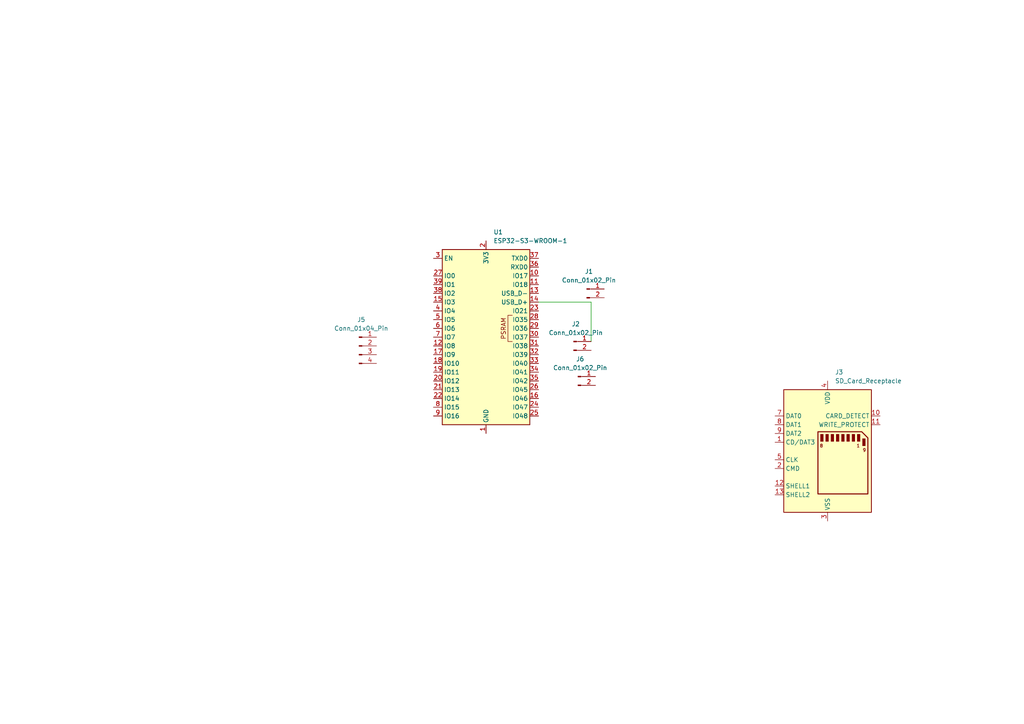
<source format=kicad_sch>
(kicad_sch
	(version 20250114)
	(generator "eeschema")
	(generator_version "9.0")
	(uuid "eae6b2b7-7c39-475f-a588-61e077f8b686")
	(paper "A4")
	(lib_symbols
		(symbol "Connector:Conn_01x02_Pin"
			(pin_names
				(offset 1.016)
				(hide yes)
			)
			(exclude_from_sim no)
			(in_bom yes)
			(on_board yes)
			(property "Reference" "J"
				(at 0 2.54 0)
				(effects
					(font
						(size 1.27 1.27)
					)
				)
			)
			(property "Value" "Conn_01x02_Pin"
				(at 0 -5.08 0)
				(effects
					(font
						(size 1.27 1.27)
					)
				)
			)
			(property "Footprint" ""
				(at 0 0 0)
				(effects
					(font
						(size 1.27 1.27)
					)
					(hide yes)
				)
			)
			(property "Datasheet" "~"
				(at 0 0 0)
				(effects
					(font
						(size 1.27 1.27)
					)
					(hide yes)
				)
			)
			(property "Description" "Generic connector, single row, 01x02, script generated"
				(at 0 0 0)
				(effects
					(font
						(size 1.27 1.27)
					)
					(hide yes)
				)
			)
			(property "ki_locked" ""
				(at 0 0 0)
				(effects
					(font
						(size 1.27 1.27)
					)
				)
			)
			(property "ki_keywords" "connector"
				(at 0 0 0)
				(effects
					(font
						(size 1.27 1.27)
					)
					(hide yes)
				)
			)
			(property "ki_fp_filters" "Connector*:*_1x??_*"
				(at 0 0 0)
				(effects
					(font
						(size 1.27 1.27)
					)
					(hide yes)
				)
			)
			(symbol "Conn_01x02_Pin_1_1"
				(rectangle
					(start 0.8636 0.127)
					(end 0 -0.127)
					(stroke
						(width 0.1524)
						(type default)
					)
					(fill
						(type outline)
					)
				)
				(rectangle
					(start 0.8636 -2.413)
					(end 0 -2.667)
					(stroke
						(width 0.1524)
						(type default)
					)
					(fill
						(type outline)
					)
				)
				(polyline
					(pts
						(xy 1.27 0) (xy 0.8636 0)
					)
					(stroke
						(width 0.1524)
						(type default)
					)
					(fill
						(type none)
					)
				)
				(polyline
					(pts
						(xy 1.27 -2.54) (xy 0.8636 -2.54)
					)
					(stroke
						(width 0.1524)
						(type default)
					)
					(fill
						(type none)
					)
				)
				(pin passive line
					(at 5.08 0 180)
					(length 3.81)
					(name "Pin_1"
						(effects
							(font
								(size 1.27 1.27)
							)
						)
					)
					(number "1"
						(effects
							(font
								(size 1.27 1.27)
							)
						)
					)
				)
				(pin passive line
					(at 5.08 -2.54 180)
					(length 3.81)
					(name "Pin_2"
						(effects
							(font
								(size 1.27 1.27)
							)
						)
					)
					(number "2"
						(effects
							(font
								(size 1.27 1.27)
							)
						)
					)
				)
			)
			(embedded_fonts no)
		)
		(symbol "Connector:Conn_01x04_Pin"
			(pin_names
				(offset 1.016)
				(hide yes)
			)
			(exclude_from_sim no)
			(in_bom yes)
			(on_board yes)
			(property "Reference" "J"
				(at 0 5.08 0)
				(effects
					(font
						(size 1.27 1.27)
					)
				)
			)
			(property "Value" "Conn_01x04_Pin"
				(at 0 -7.62 0)
				(effects
					(font
						(size 1.27 1.27)
					)
				)
			)
			(property "Footprint" ""
				(at 0 0 0)
				(effects
					(font
						(size 1.27 1.27)
					)
					(hide yes)
				)
			)
			(property "Datasheet" "~"
				(at 0 0 0)
				(effects
					(font
						(size 1.27 1.27)
					)
					(hide yes)
				)
			)
			(property "Description" "Generic connector, single row, 01x04, script generated"
				(at 0 0 0)
				(effects
					(font
						(size 1.27 1.27)
					)
					(hide yes)
				)
			)
			(property "ki_locked" ""
				(at 0 0 0)
				(effects
					(font
						(size 1.27 1.27)
					)
				)
			)
			(property "ki_keywords" "connector"
				(at 0 0 0)
				(effects
					(font
						(size 1.27 1.27)
					)
					(hide yes)
				)
			)
			(property "ki_fp_filters" "Connector*:*_1x??_*"
				(at 0 0 0)
				(effects
					(font
						(size 1.27 1.27)
					)
					(hide yes)
				)
			)
			(symbol "Conn_01x04_Pin_1_1"
				(rectangle
					(start 0.8636 2.667)
					(end 0 2.413)
					(stroke
						(width 0.1524)
						(type default)
					)
					(fill
						(type outline)
					)
				)
				(rectangle
					(start 0.8636 0.127)
					(end 0 -0.127)
					(stroke
						(width 0.1524)
						(type default)
					)
					(fill
						(type outline)
					)
				)
				(rectangle
					(start 0.8636 -2.413)
					(end 0 -2.667)
					(stroke
						(width 0.1524)
						(type default)
					)
					(fill
						(type outline)
					)
				)
				(rectangle
					(start 0.8636 -4.953)
					(end 0 -5.207)
					(stroke
						(width 0.1524)
						(type default)
					)
					(fill
						(type outline)
					)
				)
				(polyline
					(pts
						(xy 1.27 2.54) (xy 0.8636 2.54)
					)
					(stroke
						(width 0.1524)
						(type default)
					)
					(fill
						(type none)
					)
				)
				(polyline
					(pts
						(xy 1.27 0) (xy 0.8636 0)
					)
					(stroke
						(width 0.1524)
						(type default)
					)
					(fill
						(type none)
					)
				)
				(polyline
					(pts
						(xy 1.27 -2.54) (xy 0.8636 -2.54)
					)
					(stroke
						(width 0.1524)
						(type default)
					)
					(fill
						(type none)
					)
				)
				(polyline
					(pts
						(xy 1.27 -5.08) (xy 0.8636 -5.08)
					)
					(stroke
						(width 0.1524)
						(type default)
					)
					(fill
						(type none)
					)
				)
				(pin passive line
					(at 5.08 2.54 180)
					(length 3.81)
					(name "Pin_1"
						(effects
							(font
								(size 1.27 1.27)
							)
						)
					)
					(number "1"
						(effects
							(font
								(size 1.27 1.27)
							)
						)
					)
				)
				(pin passive line
					(at 5.08 0 180)
					(length 3.81)
					(name "Pin_2"
						(effects
							(font
								(size 1.27 1.27)
							)
						)
					)
					(number "2"
						(effects
							(font
								(size 1.27 1.27)
							)
						)
					)
				)
				(pin passive line
					(at 5.08 -2.54 180)
					(length 3.81)
					(name "Pin_3"
						(effects
							(font
								(size 1.27 1.27)
							)
						)
					)
					(number "3"
						(effects
							(font
								(size 1.27 1.27)
							)
						)
					)
				)
				(pin passive line
					(at 5.08 -5.08 180)
					(length 3.81)
					(name "Pin_4"
						(effects
							(font
								(size 1.27 1.27)
							)
						)
					)
					(number "4"
						(effects
							(font
								(size 1.27 1.27)
							)
						)
					)
				)
			)
			(embedded_fonts no)
		)
		(symbol "Connector:SD_Card_Receptacle"
			(exclude_from_sim no)
			(in_bom yes)
			(on_board yes)
			(property "Reference" "J"
				(at -11.938 19.304 0)
				(effects
					(font
						(size 1.27 1.27)
					)
				)
			)
			(property "Value" "SD_Card_Receptacle"
				(at 10.922 -19.558 0)
				(effects
					(font
						(size 1.27 1.27)
					)
				)
			)
			(property "Footprint" ""
				(at 8.89 -3.302 0)
				(effects
					(font
						(size 1.27 1.27)
					)
					(hide yes)
				)
			)
			(property "Datasheet" "http://portal.fciconnect.com/Comergent//fci/drawing/10067847.pdf"
				(at 0 0 0)
				(effects
					(font
						(size 1.27 1.27)
					)
					(hide yes)
				)
			)
			(property "Description" "SD card receptacle"
				(at 0 0 0)
				(effects
					(font
						(size 1.27 1.27)
					)
					(hide yes)
				)
			)
			(property "ki_keywords" "connector SD"
				(at 0 0 0)
				(effects
					(font
						(size 1.27 1.27)
					)
					(hide yes)
				)
			)
			(property "ki_fp_filters" "SD*"
				(at 0 0 0)
				(effects
					(font
						(size 1.27 1.27)
					)
					(hide yes)
				)
			)
			(symbol "SD_Card_Receptacle_0_1"
				(rectangle
					(start -2.032 2.794)
					(end -1.27 4.826)
					(stroke
						(width 0)
						(type default)
					)
					(fill
						(type outline)
					)
				)
				(rectangle
					(start -0.508 2.794)
					(end 0.254 4.826)
					(stroke
						(width 0)
						(type default)
					)
					(fill
						(type outline)
					)
				)
				(rectangle
					(start 1.016 2.794)
					(end 1.778 4.826)
					(stroke
						(width 0)
						(type default)
					)
					(fill
						(type outline)
					)
				)
				(rectangle
					(start 2.54 2.794)
					(end 3.302 4.826)
					(stroke
						(width 0)
						(type default)
					)
					(fill
						(type outline)
					)
				)
				(rectangle
					(start 4.064 2.794)
					(end 4.826 4.826)
					(stroke
						(width 0)
						(type default)
					)
					(fill
						(type outline)
					)
				)
				(rectangle
					(start 5.588 2.794)
					(end 6.35 4.826)
					(stroke
						(width 0)
						(type default)
					)
					(fill
						(type outline)
					)
				)
				(rectangle
					(start 7.112 2.794)
					(end 7.874 4.826)
					(stroke
						(width 0)
						(type default)
					)
					(fill
						(type outline)
					)
				)
				(rectangle
					(start 8.636 2.794)
					(end 9.398 4.826)
					(stroke
						(width 0)
						(type default)
					)
					(fill
						(type outline)
					)
				)
				(rectangle
					(start 10.16 1.524)
					(end 10.922 3.556)
					(stroke
						(width 0)
						(type default)
					)
					(fill
						(type outline)
					)
				)
			)
			(symbol "SD_Card_Receptacle_1_1"
				(rectangle
					(start -12.7 17.78)
					(end 12.7 -17.78)
					(stroke
						(width 0.254)
						(type default)
					)
					(fill
						(type background)
					)
				)
				(polyline
					(pts
						(xy 9.906 5.588) (xy -2.794 5.588) (xy -2.794 -12.446) (xy 11.684 -12.446) (xy 11.684 3.81) (xy 9.906 5.588)
					)
					(stroke
						(width 0.3)
						(type default)
					)
					(fill
						(type none)
					)
				)
				(text "8"
					(at -1.778 1.524 0)
					(effects
						(font
							(size 0.9 0.9)
						)
					)
				)
				(text "1"
					(at 8.89 1.524 0)
					(effects
						(font
							(size 0.9 0.9)
						)
					)
				)
				(text "9"
					(at 10.668 0.254 0)
					(effects
						(font
							(size 0.9 0.9)
						)
					)
				)
				(pin bidirectional line
					(at -15.24 10.16 0)
					(length 2.54)
					(name "DAT0"
						(effects
							(font
								(size 1.27 1.27)
							)
						)
					)
					(number "7"
						(effects
							(font
								(size 1.27 1.27)
							)
						)
					)
				)
				(pin bidirectional line
					(at -15.24 7.62 0)
					(length 2.54)
					(name "DAT1"
						(effects
							(font
								(size 1.27 1.27)
							)
						)
					)
					(number "8"
						(effects
							(font
								(size 1.27 1.27)
							)
						)
					)
				)
				(pin bidirectional line
					(at -15.24 5.08 0)
					(length 2.54)
					(name "DAT2"
						(effects
							(font
								(size 1.27 1.27)
							)
						)
					)
					(number "9"
						(effects
							(font
								(size 1.27 1.27)
							)
						)
					)
				)
				(pin bidirectional line
					(at -15.24 2.54 0)
					(length 2.54)
					(name "CD/DAT3"
						(effects
							(font
								(size 1.27 1.27)
							)
						)
					)
					(number "1"
						(effects
							(font
								(size 1.27 1.27)
							)
						)
					)
				)
				(pin input line
					(at -15.24 -2.54 0)
					(length 2.54)
					(name "CLK"
						(effects
							(font
								(size 1.27 1.27)
							)
						)
					)
					(number "5"
						(effects
							(font
								(size 1.27 1.27)
							)
						)
					)
				)
				(pin bidirectional line
					(at -15.24 -5.08 0)
					(length 2.54)
					(name "CMD"
						(effects
							(font
								(size 1.27 1.27)
							)
						)
					)
					(number "2"
						(effects
							(font
								(size 1.27 1.27)
							)
						)
					)
				)
				(pin passive line
					(at -15.24 -10.16 0)
					(length 2.54)
					(name "SHELL1"
						(effects
							(font
								(size 1.27 1.27)
							)
						)
					)
					(number "12"
						(effects
							(font
								(size 1.27 1.27)
							)
						)
					)
				)
				(pin passive line
					(at -15.24 -12.7 0)
					(length 2.54)
					(name "SHELL2"
						(effects
							(font
								(size 1.27 1.27)
							)
						)
					)
					(number "13"
						(effects
							(font
								(size 1.27 1.27)
							)
						)
					)
				)
				(pin power_in line
					(at 0 20.32 270)
					(length 2.54)
					(name "VDD"
						(effects
							(font
								(size 1.27 1.27)
							)
						)
					)
					(number "4"
						(effects
							(font
								(size 1.27 1.27)
							)
						)
					)
				)
				(pin power_in line
					(at 0 -20.32 90)
					(length 2.54)
					(name "VSS"
						(effects
							(font
								(size 1.27 1.27)
							)
						)
					)
					(number "3"
						(effects
							(font
								(size 1.27 1.27)
							)
						)
					)
				)
				(pin passive line
					(at 0 -20.32 90)
					(length 2.54)
					(hide yes)
					(name "VSS"
						(effects
							(font
								(size 1.27 1.27)
							)
						)
					)
					(number "6"
						(effects
							(font
								(size 1.27 1.27)
							)
						)
					)
				)
				(pin output line
					(at 15.24 10.16 180)
					(length 2.54)
					(name "CARD_DETECT"
						(effects
							(font
								(size 1.27 1.27)
							)
						)
					)
					(number "10"
						(effects
							(font
								(size 1.27 1.27)
							)
						)
					)
				)
				(pin output line
					(at 15.24 7.62 180)
					(length 2.54)
					(name "WRITE_PROTECT"
						(effects
							(font
								(size 1.27 1.27)
							)
						)
					)
					(number "11"
						(effects
							(font
								(size 1.27 1.27)
							)
						)
					)
				)
			)
			(embedded_fonts no)
		)
		(symbol "RF_Module:ESP32-S3-WROOM-1"
			(exclude_from_sim no)
			(in_bom yes)
			(on_board yes)
			(property "Reference" "U"
				(at -12.7 26.67 0)
				(effects
					(font
						(size 1.27 1.27)
					)
				)
			)
			(property "Value" "ESP32-S3-WROOM-1"
				(at 12.7 26.67 0)
				(effects
					(font
						(size 1.27 1.27)
					)
				)
			)
			(property "Footprint" "RF_Module:ESP32-S3-WROOM-1"
				(at 0 2.54 0)
				(effects
					(font
						(size 1.27 1.27)
					)
					(hide yes)
				)
			)
			(property "Datasheet" "https://www.espressif.com/sites/default/files/documentation/esp32-s3-wroom-1_wroom-1u_datasheet_en.pdf"
				(at 0 0 0)
				(effects
					(font
						(size 1.27 1.27)
					)
					(hide yes)
				)
			)
			(property "Description" "RF Module, ESP32-S3 SoC, Wi-Fi 802.11b/g/n, Bluetooth, BLE, 32-bit, 3.3V, onboard antenna, SMD"
				(at 0 0 0)
				(effects
					(font
						(size 1.27 1.27)
					)
					(hide yes)
				)
			)
			(property "ki_keywords" "RF Radio BT ESP ESP32-S3 Espressif onboard PCB antenna"
				(at 0 0 0)
				(effects
					(font
						(size 1.27 1.27)
					)
					(hide yes)
				)
			)
			(property "ki_fp_filters" "ESP32?S3?WROOM?1*"
				(at 0 0 0)
				(effects
					(font
						(size 1.27 1.27)
					)
					(hide yes)
				)
			)
			(symbol "ESP32-S3-WROOM-1_0_0"
				(rectangle
					(start -12.7 25.4)
					(end 12.7 -25.4)
					(stroke
						(width 0.254)
						(type default)
					)
					(fill
						(type background)
					)
				)
				(text "PSRAM"
					(at 5.08 2.54 900)
					(effects
						(font
							(size 1.27 1.27)
						)
					)
				)
			)
			(symbol "ESP32-S3-WROOM-1_0_1"
				(polyline
					(pts
						(xy 7.62 -1.27) (xy 6.35 -1.27) (xy 6.35 6.35) (xy 7.62 6.35)
					)
					(stroke
						(width 0)
						(type default)
					)
					(fill
						(type none)
					)
				)
			)
			(symbol "ESP32-S3-WROOM-1_1_1"
				(pin input line
					(at -15.24 22.86 0)
					(length 2.54)
					(name "EN"
						(effects
							(font
								(size 1.27 1.27)
							)
						)
					)
					(number "3"
						(effects
							(font
								(size 1.27 1.27)
							)
						)
					)
				)
				(pin bidirectional line
					(at -15.24 17.78 0)
					(length 2.54)
					(name "IO0"
						(effects
							(font
								(size 1.27 1.27)
							)
						)
					)
					(number "27"
						(effects
							(font
								(size 1.27 1.27)
							)
						)
					)
				)
				(pin bidirectional line
					(at -15.24 15.24 0)
					(length 2.54)
					(name "IO1"
						(effects
							(font
								(size 1.27 1.27)
							)
						)
					)
					(number "39"
						(effects
							(font
								(size 1.27 1.27)
							)
						)
					)
				)
				(pin bidirectional line
					(at -15.24 12.7 0)
					(length 2.54)
					(name "IO2"
						(effects
							(font
								(size 1.27 1.27)
							)
						)
					)
					(number "38"
						(effects
							(font
								(size 1.27 1.27)
							)
						)
					)
				)
				(pin bidirectional line
					(at -15.24 10.16 0)
					(length 2.54)
					(name "IO3"
						(effects
							(font
								(size 1.27 1.27)
							)
						)
					)
					(number "15"
						(effects
							(font
								(size 1.27 1.27)
							)
						)
					)
				)
				(pin bidirectional line
					(at -15.24 7.62 0)
					(length 2.54)
					(name "IO4"
						(effects
							(font
								(size 1.27 1.27)
							)
						)
					)
					(number "4"
						(effects
							(font
								(size 1.27 1.27)
							)
						)
					)
				)
				(pin bidirectional line
					(at -15.24 5.08 0)
					(length 2.54)
					(name "IO5"
						(effects
							(font
								(size 1.27 1.27)
							)
						)
					)
					(number "5"
						(effects
							(font
								(size 1.27 1.27)
							)
						)
					)
				)
				(pin bidirectional line
					(at -15.24 2.54 0)
					(length 2.54)
					(name "IO6"
						(effects
							(font
								(size 1.27 1.27)
							)
						)
					)
					(number "6"
						(effects
							(font
								(size 1.27 1.27)
							)
						)
					)
				)
				(pin bidirectional line
					(at -15.24 0 0)
					(length 2.54)
					(name "IO7"
						(effects
							(font
								(size 1.27 1.27)
							)
						)
					)
					(number "7"
						(effects
							(font
								(size 1.27 1.27)
							)
						)
					)
				)
				(pin bidirectional line
					(at -15.24 -2.54 0)
					(length 2.54)
					(name "IO8"
						(effects
							(font
								(size 1.27 1.27)
							)
						)
					)
					(number "12"
						(effects
							(font
								(size 1.27 1.27)
							)
						)
					)
				)
				(pin bidirectional line
					(at -15.24 -5.08 0)
					(length 2.54)
					(name "IO9"
						(effects
							(font
								(size 1.27 1.27)
							)
						)
					)
					(number "17"
						(effects
							(font
								(size 1.27 1.27)
							)
						)
					)
				)
				(pin bidirectional line
					(at -15.24 -7.62 0)
					(length 2.54)
					(name "IO10"
						(effects
							(font
								(size 1.27 1.27)
							)
						)
					)
					(number "18"
						(effects
							(font
								(size 1.27 1.27)
							)
						)
					)
				)
				(pin bidirectional line
					(at -15.24 -10.16 0)
					(length 2.54)
					(name "IO11"
						(effects
							(font
								(size 1.27 1.27)
							)
						)
					)
					(number "19"
						(effects
							(font
								(size 1.27 1.27)
							)
						)
					)
				)
				(pin bidirectional line
					(at -15.24 -12.7 0)
					(length 2.54)
					(name "IO12"
						(effects
							(font
								(size 1.27 1.27)
							)
						)
					)
					(number "20"
						(effects
							(font
								(size 1.27 1.27)
							)
						)
					)
				)
				(pin bidirectional line
					(at -15.24 -15.24 0)
					(length 2.54)
					(name "IO13"
						(effects
							(font
								(size 1.27 1.27)
							)
						)
					)
					(number "21"
						(effects
							(font
								(size 1.27 1.27)
							)
						)
					)
				)
				(pin bidirectional line
					(at -15.24 -17.78 0)
					(length 2.54)
					(name "IO14"
						(effects
							(font
								(size 1.27 1.27)
							)
						)
					)
					(number "22"
						(effects
							(font
								(size 1.27 1.27)
							)
						)
					)
				)
				(pin bidirectional line
					(at -15.24 -20.32 0)
					(length 2.54)
					(name "IO15"
						(effects
							(font
								(size 1.27 1.27)
							)
						)
					)
					(number "8"
						(effects
							(font
								(size 1.27 1.27)
							)
						)
					)
				)
				(pin bidirectional line
					(at -15.24 -22.86 0)
					(length 2.54)
					(name "IO16"
						(effects
							(font
								(size 1.27 1.27)
							)
						)
					)
					(number "9"
						(effects
							(font
								(size 1.27 1.27)
							)
						)
					)
				)
				(pin power_in line
					(at 0 27.94 270)
					(length 2.54)
					(name "3V3"
						(effects
							(font
								(size 1.27 1.27)
							)
						)
					)
					(number "2"
						(effects
							(font
								(size 1.27 1.27)
							)
						)
					)
				)
				(pin power_in line
					(at 0 -27.94 90)
					(length 2.54)
					(name "GND"
						(effects
							(font
								(size 1.27 1.27)
							)
						)
					)
					(number "1"
						(effects
							(font
								(size 1.27 1.27)
							)
						)
					)
				)
				(pin passive line
					(at 0 -27.94 90)
					(length 2.54)
					(hide yes)
					(name "GND"
						(effects
							(font
								(size 1.27 1.27)
							)
						)
					)
					(number "40"
						(effects
							(font
								(size 1.27 1.27)
							)
						)
					)
				)
				(pin passive line
					(at 0 -27.94 90)
					(length 2.54)
					(hide yes)
					(name "GND"
						(effects
							(font
								(size 1.27 1.27)
							)
						)
					)
					(number "41"
						(effects
							(font
								(size 1.27 1.27)
							)
						)
					)
				)
				(pin bidirectional line
					(at 15.24 22.86 180)
					(length 2.54)
					(name "TXD0"
						(effects
							(font
								(size 1.27 1.27)
							)
						)
					)
					(number "37"
						(effects
							(font
								(size 1.27 1.27)
							)
						)
					)
				)
				(pin bidirectional line
					(at 15.24 20.32 180)
					(length 2.54)
					(name "RXD0"
						(effects
							(font
								(size 1.27 1.27)
							)
						)
					)
					(number "36"
						(effects
							(font
								(size 1.27 1.27)
							)
						)
					)
				)
				(pin bidirectional line
					(at 15.24 17.78 180)
					(length 2.54)
					(name "IO17"
						(effects
							(font
								(size 1.27 1.27)
							)
						)
					)
					(number "10"
						(effects
							(font
								(size 1.27 1.27)
							)
						)
					)
				)
				(pin bidirectional line
					(at 15.24 15.24 180)
					(length 2.54)
					(name "IO18"
						(effects
							(font
								(size 1.27 1.27)
							)
						)
					)
					(number "11"
						(effects
							(font
								(size 1.27 1.27)
							)
						)
					)
				)
				(pin bidirectional line
					(at 15.24 12.7 180)
					(length 2.54)
					(name "USB_D-"
						(effects
							(font
								(size 1.27 1.27)
							)
						)
					)
					(number "13"
						(effects
							(font
								(size 1.27 1.27)
							)
						)
					)
					(alternate "IO19" bidirectional line)
				)
				(pin bidirectional line
					(at 15.24 10.16 180)
					(length 2.54)
					(name "USB_D+"
						(effects
							(font
								(size 1.27 1.27)
							)
						)
					)
					(number "14"
						(effects
							(font
								(size 1.27 1.27)
							)
						)
					)
					(alternate "IO20" bidirectional line)
				)
				(pin bidirectional line
					(at 15.24 7.62 180)
					(length 2.54)
					(name "IO21"
						(effects
							(font
								(size 1.27 1.27)
							)
						)
					)
					(number "23"
						(effects
							(font
								(size 1.27 1.27)
							)
						)
					)
				)
				(pin bidirectional line
					(at 15.24 5.08 180)
					(length 2.54)
					(name "IO35"
						(effects
							(font
								(size 1.27 1.27)
							)
						)
					)
					(number "28"
						(effects
							(font
								(size 1.27 1.27)
							)
						)
					)
				)
				(pin bidirectional line
					(at 15.24 2.54 180)
					(length 2.54)
					(name "IO36"
						(effects
							(font
								(size 1.27 1.27)
							)
						)
					)
					(number "29"
						(effects
							(font
								(size 1.27 1.27)
							)
						)
					)
				)
				(pin bidirectional line
					(at 15.24 0 180)
					(length 2.54)
					(name "IO37"
						(effects
							(font
								(size 1.27 1.27)
							)
						)
					)
					(number "30"
						(effects
							(font
								(size 1.27 1.27)
							)
						)
					)
				)
				(pin bidirectional line
					(at 15.24 -2.54 180)
					(length 2.54)
					(name "IO38"
						(effects
							(font
								(size 1.27 1.27)
							)
						)
					)
					(number "31"
						(effects
							(font
								(size 1.27 1.27)
							)
						)
					)
				)
				(pin bidirectional line
					(at 15.24 -5.08 180)
					(length 2.54)
					(name "IO39"
						(effects
							(font
								(size 1.27 1.27)
							)
						)
					)
					(number "32"
						(effects
							(font
								(size 1.27 1.27)
							)
						)
					)
				)
				(pin bidirectional line
					(at 15.24 -7.62 180)
					(length 2.54)
					(name "IO40"
						(effects
							(font
								(size 1.27 1.27)
							)
						)
					)
					(number "33"
						(effects
							(font
								(size 1.27 1.27)
							)
						)
					)
				)
				(pin bidirectional line
					(at 15.24 -10.16 180)
					(length 2.54)
					(name "IO41"
						(effects
							(font
								(size 1.27 1.27)
							)
						)
					)
					(number "34"
						(effects
							(font
								(size 1.27 1.27)
							)
						)
					)
				)
				(pin bidirectional line
					(at 15.24 -12.7 180)
					(length 2.54)
					(name "IO42"
						(effects
							(font
								(size 1.27 1.27)
							)
						)
					)
					(number "35"
						(effects
							(font
								(size 1.27 1.27)
							)
						)
					)
				)
				(pin bidirectional line
					(at 15.24 -15.24 180)
					(length 2.54)
					(name "IO45"
						(effects
							(font
								(size 1.27 1.27)
							)
						)
					)
					(number "26"
						(effects
							(font
								(size 1.27 1.27)
							)
						)
					)
				)
				(pin bidirectional line
					(at 15.24 -17.78 180)
					(length 2.54)
					(name "IO46"
						(effects
							(font
								(size 1.27 1.27)
							)
						)
					)
					(number "16"
						(effects
							(font
								(size 1.27 1.27)
							)
						)
					)
				)
				(pin bidirectional line
					(at 15.24 -20.32 180)
					(length 2.54)
					(name "IO47"
						(effects
							(font
								(size 1.27 1.27)
							)
						)
					)
					(number "24"
						(effects
							(font
								(size 1.27 1.27)
							)
						)
					)
				)
				(pin bidirectional line
					(at 15.24 -22.86 180)
					(length 2.54)
					(name "IO48"
						(effects
							(font
								(size 1.27 1.27)
							)
						)
					)
					(number "25"
						(effects
							(font
								(size 1.27 1.27)
							)
						)
					)
				)
			)
			(embedded_fonts no)
		)
	)
	(wire
		(pts
			(xy 171.45 87.63) (xy 156.21 87.63)
		)
		(stroke
			(width 0)
			(type default)
		)
		(uuid "00eb2277-c8cf-4b17-9092-1eb66fb4c914")
	)
	(wire
		(pts
			(xy 171.45 99.06) (xy 171.45 87.63)
		)
		(stroke
			(width 0)
			(type default)
		)
		(uuid "68df3bfc-cf70-4bfc-ab16-e6abec755d69")
	)
	(symbol
		(lib_id "Connector:Conn_01x02_Pin")
		(at 170.18 83.82 0)
		(unit 1)
		(exclude_from_sim no)
		(in_bom yes)
		(on_board yes)
		(dnp no)
		(fields_autoplaced yes)
		(uuid "1bb390e6-6942-48ec-af72-499dccb074a4")
		(property "Reference" "J1"
			(at 170.815 78.74 0)
			(effects
				(font
					(size 1.27 1.27)
				)
			)
		)
		(property "Value" "Conn_01x02_Pin"
			(at 170.815 81.28 0)
			(effects
				(font
					(size 1.27 1.27)
				)
			)
		)
		(property "Footprint" ""
			(at 170.18 83.82 0)
			(effects
				(font
					(size 1.27 1.27)
				)
				(hide yes)
			)
		)
		(property "Datasheet" "~"
			(at 170.18 83.82 0)
			(effects
				(font
					(size 1.27 1.27)
				)
				(hide yes)
			)
		)
		(property "Description" "Generic connector, single row, 01x02, script generated"
			(at 170.18 83.82 0)
			(effects
				(font
					(size 1.27 1.27)
				)
				(hide yes)
			)
		)
		(pin "1"
			(uuid "6cc6966e-e1ed-4b31-930d-54dc8d1de9c7")
		)
		(pin "2"
			(uuid "60af619f-0770-48e0-828a-fede8091adb1")
		)
		(instances
			(project "esp32-controller_For-Tiburon"
				(path "/eae6b2b7-7c39-475f-a588-61e077f8b686"
					(reference "J1")
					(unit 1)
				)
			)
		)
	)
	(symbol
		(lib_id "Connector:Conn_01x02_Pin")
		(at 167.64 109.22 0)
		(unit 1)
		(exclude_from_sim no)
		(in_bom yes)
		(on_board yes)
		(dnp no)
		(fields_autoplaced yes)
		(uuid "4ee192b7-c5b8-46a4-ac5a-ac28aac78610")
		(property "Reference" "J6"
			(at 168.275 104.14 0)
			(effects
				(font
					(size 1.27 1.27)
				)
			)
		)
		(property "Value" "Conn_01x02_Pin"
			(at 168.275 106.68 0)
			(effects
				(font
					(size 1.27 1.27)
				)
			)
		)
		(property "Footprint" ""
			(at 167.64 109.22 0)
			(effects
				(font
					(size 1.27 1.27)
				)
				(hide yes)
			)
		)
		(property "Datasheet" "~"
			(at 167.64 109.22 0)
			(effects
				(font
					(size 1.27 1.27)
				)
				(hide yes)
			)
		)
		(property "Description" "Generic connector, single row, 01x02, script generated"
			(at 167.64 109.22 0)
			(effects
				(font
					(size 1.27 1.27)
				)
				(hide yes)
			)
		)
		(pin "2"
			(uuid "a612f4b0-3b91-4aa3-8d21-c305b603159f")
		)
		(pin "1"
			(uuid "794abd84-25af-44af-84de-4ebd661a2772")
		)
		(instances
			(project ""
				(path "/eae6b2b7-7c39-475f-a588-61e077f8b686"
					(reference "J6")
					(unit 1)
				)
			)
		)
	)
	(symbol
		(lib_id "RF_Module:ESP32-S3-WROOM-1")
		(at 140.97 97.79 0)
		(unit 1)
		(exclude_from_sim no)
		(in_bom yes)
		(on_board yes)
		(dnp no)
		(fields_autoplaced yes)
		(uuid "8f0c5d9d-2644-41ac-bf57-1afaa0e585da")
		(property "Reference" "U1"
			(at 143.1133 67.31 0)
			(effects
				(font
					(size 1.27 1.27)
				)
				(justify left)
			)
		)
		(property "Value" "ESP32-S3-WROOM-1"
			(at 143.1133 69.85 0)
			(effects
				(font
					(size 1.27 1.27)
				)
				(justify left)
			)
		)
		(property "Footprint" "RF_Module:ESP32-S3-WROOM-1"
			(at 140.97 95.25 0)
			(effects
				(font
					(size 1.27 1.27)
				)
				(hide yes)
			)
		)
		(property "Datasheet" "https://www.espressif.com/sites/default/files/documentation/esp32-s3-wroom-1_wroom-1u_datasheet_en.pdf"
			(at 140.97 97.79 0)
			(effects
				(font
					(size 1.27 1.27)
				)
				(hide yes)
			)
		)
		(property "Description" "RF Module, ESP32-S3 SoC, Wi-Fi 802.11b/g/n, Bluetooth, BLE, 32-bit, 3.3V, onboard antenna, SMD"
			(at 140.97 97.79 0)
			(effects
				(font
					(size 1.27 1.27)
				)
				(hide yes)
			)
		)
		(pin "36"
			(uuid "622b8757-b4e9-4da3-a0ce-84dfe13b1b66")
		)
		(pin "30"
			(uuid "d7deaa2e-3e72-44df-8351-6d7f995c59af")
		)
		(pin "10"
			(uuid "9c7cce91-eb66-4233-88ab-4619c64e8223")
		)
		(pin "14"
			(uuid "d53f34f9-5b2b-4fb2-8dce-112adb5cae95")
		)
		(pin "11"
			(uuid "a9c0fe23-8655-4ca8-a4ff-580d3dd9287f")
		)
		(pin "29"
			(uuid "c10a2666-ea66-4310-ad63-486437a9b2f8")
		)
		(pin "26"
			(uuid "3a2f4974-5cd8-442d-b9db-befabc209d79")
		)
		(pin "16"
			(uuid "1a89fbd1-4daa-4bed-a0dc-7787e2faa3d1")
		)
		(pin "34"
			(uuid "604fbf41-716d-4e8f-b549-f08e1fdea109")
		)
		(pin "23"
			(uuid "c8cace2a-3095-480b-b10d-0952de8c8a1d")
		)
		(pin "31"
			(uuid "d4399cdc-79f5-4f2a-b0b4-40551a7f2ee6")
		)
		(pin "41"
			(uuid "8f3791f4-b3fc-45a8-b884-5695bf44da7a")
		)
		(pin "32"
			(uuid "b03dbdf9-d913-4133-a540-858597f62ca3")
		)
		(pin "24"
			(uuid "646ca53d-de3e-4af2-875e-ae3c99934440")
		)
		(pin "28"
			(uuid "fa5dfdbf-8c17-45b9-b515-ef7d2c984d5c")
		)
		(pin "25"
			(uuid "79b37801-52f6-45b4-b709-22619976a455")
		)
		(pin "35"
			(uuid "c5a2875f-8874-48b8-af78-5ed5a11cb6da")
		)
		(pin "37"
			(uuid "f24ee2eb-7840-4e03-8753-d7266a528983")
		)
		(pin "13"
			(uuid "eded9a0c-8616-4ce4-be6f-d14e1b3502fc")
		)
		(pin "33"
			(uuid "cecbe7ff-173e-416c-8d13-31608d885218")
		)
		(pin "7"
			(uuid "3310afc8-b0a5-42b7-b90b-b1fcea317fa7")
		)
		(pin "27"
			(uuid "aa79c3a9-178a-4dbc-8aba-2325ae57acdf")
		)
		(pin "20"
			(uuid "144bf2ef-8b0d-414a-914b-e3628a73b6d1")
		)
		(pin "1"
			(uuid "8cde1fd5-2b40-4671-ac43-d20329bf0454")
		)
		(pin "40"
			(uuid "6539719c-5e8e-441b-814b-c439482160e6")
		)
		(pin "38"
			(uuid "2d8b4928-479a-4fe8-b7dc-3f6713bffe0a")
		)
		(pin "22"
			(uuid "35197838-238d-4f23-9540-5a6598ce2a13")
		)
		(pin "17"
			(uuid "585d372b-d4e0-4bfd-98b3-e735eb23f63b")
		)
		(pin "3"
			(uuid "143262f5-56c7-41f5-9d68-c66d9b9d1859")
		)
		(pin "21"
			(uuid "a44ae402-51e2-4304-99c4-e5dfb9532077")
		)
		(pin "8"
			(uuid "ab7db4e9-7e45-4673-8bcb-82d0c0aafe88")
		)
		(pin "6"
			(uuid "ad3d3d2e-064c-4e0d-8f09-a6b8188350a1")
		)
		(pin "15"
			(uuid "d4b89e7e-d740-45a3-928f-08489801f87b")
		)
		(pin "4"
			(uuid "9a8a3a1f-e28a-412c-800a-280324cf3354")
		)
		(pin "5"
			(uuid "8573019c-befa-4539-9a61-ad1b48c553ef")
		)
		(pin "39"
			(uuid "8eaf3dc0-b580-4218-99a0-d01d8b6d6a7e")
		)
		(pin "12"
			(uuid "79a71688-49e0-42a9-94b5-dcba2c104316")
		)
		(pin "9"
			(uuid "2a1b62c8-8dae-4063-b36f-1f3d907a02d8")
		)
		(pin "19"
			(uuid "d48625fb-4402-4c4f-96c0-19f574c89db8")
		)
		(pin "18"
			(uuid "f2829602-e5e9-4182-bf39-d2a9c9269f94")
		)
		(pin "2"
			(uuid "347de1d7-1468-401b-b9b3-73448f13af79")
		)
		(instances
			(project ""
				(path "/eae6b2b7-7c39-475f-a588-61e077f8b686"
					(reference "U1")
					(unit 1)
				)
			)
		)
	)
	(symbol
		(lib_id "Connector:Conn_01x02_Pin")
		(at 166.37 99.06 0)
		(unit 1)
		(exclude_from_sim no)
		(in_bom yes)
		(on_board yes)
		(dnp no)
		(fields_autoplaced yes)
		(uuid "ae00fc3f-ec6d-4f5a-a44e-3c94c26deb68")
		(property "Reference" "J2"
			(at 167.005 93.98 0)
			(effects
				(font
					(size 1.27 1.27)
				)
			)
		)
		(property "Value" "Conn_01x02_Pin"
			(at 167.005 96.52 0)
			(effects
				(font
					(size 1.27 1.27)
				)
			)
		)
		(property "Footprint" ""
			(at 166.37 99.06 0)
			(effects
				(font
					(size 1.27 1.27)
				)
				(hide yes)
			)
		)
		(property "Datasheet" "~"
			(at 166.37 99.06 0)
			(effects
				(font
					(size 1.27 1.27)
				)
				(hide yes)
			)
		)
		(property "Description" "Generic connector, single row, 01x02, script generated"
			(at 166.37 99.06 0)
			(effects
				(font
					(size 1.27 1.27)
				)
				(hide yes)
			)
		)
		(pin "1"
			(uuid "fd8ddcb7-c74f-4009-82ed-5c07a1939050")
		)
		(pin "2"
			(uuid "dec4d14f-b0f3-483f-be22-5f2c3af21d41")
		)
		(instances
			(project ""
				(path "/eae6b2b7-7c39-475f-a588-61e077f8b686"
					(reference "J2")
					(unit 1)
				)
			)
		)
	)
	(symbol
		(lib_id "Connector:SD_Card_Receptacle")
		(at 240.03 130.81 0)
		(unit 1)
		(exclude_from_sim no)
		(in_bom yes)
		(on_board yes)
		(dnp no)
		(fields_autoplaced yes)
		(uuid "d5679ff2-18a0-4302-a265-2e4430f4ea53")
		(property "Reference" "J3"
			(at 242.1733 107.95 0)
			(effects
				(font
					(size 1.27 1.27)
				)
				(justify left)
			)
		)
		(property "Value" "SD_Card_Receptacle"
			(at 242.1733 110.49 0)
			(effects
				(font
					(size 1.27 1.27)
				)
				(justify left)
			)
		)
		(property "Footprint" ""
			(at 248.92 134.112 0)
			(effects
				(font
					(size 1.27 1.27)
				)
				(hide yes)
			)
		)
		(property "Datasheet" "http://portal.fciconnect.com/Comergent//fci/drawing/10067847.pdf"
			(at 240.03 130.81 0)
			(effects
				(font
					(size 1.27 1.27)
				)
				(hide yes)
			)
		)
		(property "Description" "SD card receptacle"
			(at 240.03 130.81 0)
			(effects
				(font
					(size 1.27 1.27)
				)
				(hide yes)
			)
		)
		(pin "4"
			(uuid "64a90745-1e64-475b-9c78-6a3c79478cab")
		)
		(pin "6"
			(uuid "cf61cb0e-4490-48e5-a4c8-485030582af2")
		)
		(pin "10"
			(uuid "619d8846-1086-4ad6-941f-0473ffb3ff32")
		)
		(pin "8"
			(uuid "eceff910-cc44-4cd4-a272-d044f8609cf7")
		)
		(pin "9"
			(uuid "11a709f0-fdc9-4640-98b9-80618842879c")
		)
		(pin "1"
			(uuid "81f9a2d9-e53a-49f1-bf6a-1cb0a0c64305")
		)
		(pin "5"
			(uuid "88795c92-07da-4499-9c1c-9668737cbc59")
		)
		(pin "7"
			(uuid "ad575378-c7f9-41d0-b817-877b88ee5ba8")
		)
		(pin "13"
			(uuid "046c23b7-3d3d-4e62-b7e7-aeed6de5e61b")
		)
		(pin "12"
			(uuid "cfb738c6-eb5f-42e1-8c64-4de509cc0d05")
		)
		(pin "2"
			(uuid "08f2cab8-8982-4774-b7f2-bbbf8e05d624")
		)
		(pin "3"
			(uuid "0a797a00-4910-4671-9917-ebe990328ac9")
		)
		(pin "11"
			(uuid "76ef9e22-b166-43be-a6c6-8eafe3f1c934")
		)
		(instances
			(project ""
				(path "/eae6b2b7-7c39-475f-a588-61e077f8b686"
					(reference "J3")
					(unit 1)
				)
			)
		)
	)
	(symbol
		(lib_id "Connector:Conn_01x04_Pin")
		(at 104.14 100.33 0)
		(unit 1)
		(exclude_from_sim no)
		(in_bom yes)
		(on_board yes)
		(dnp no)
		(fields_autoplaced yes)
		(uuid "d787f250-63e9-4e56-aaf1-6c316552e69b")
		(property "Reference" "J5"
			(at 104.775 92.71 0)
			(effects
				(font
					(size 1.27 1.27)
				)
			)
		)
		(property "Value" "Conn_01x04_Pin"
			(at 104.775 95.25 0)
			(effects
				(font
					(size 1.27 1.27)
				)
			)
		)
		(property "Footprint" ""
			(at 104.14 100.33 0)
			(effects
				(font
					(size 1.27 1.27)
				)
				(hide yes)
			)
		)
		(property "Datasheet" "~"
			(at 104.14 100.33 0)
			(effects
				(font
					(size 1.27 1.27)
				)
				(hide yes)
			)
		)
		(property "Description" "Generic connector, single row, 01x04, script generated"
			(at 104.14 100.33 0)
			(effects
				(font
					(size 1.27 1.27)
				)
				(hide yes)
			)
		)
		(pin "4"
			(uuid "c03f6a9b-0d70-449b-a3fd-294c717608f3")
		)
		(pin "1"
			(uuid "188f14a5-3225-4cd9-b3f5-a1d7a7b8cc10")
		)
		(pin "2"
			(uuid "b22b7e8f-cd9c-44af-8121-e3d152bacaca")
		)
		(pin "3"
			(uuid "42e53afb-2bcf-4344-9dfa-eef29f71423f")
		)
		(instances
			(project ""
				(path "/eae6b2b7-7c39-475f-a588-61e077f8b686"
					(reference "J5")
					(unit 1)
				)
			)
		)
	)
	(sheet_instances
		(path "/"
			(page "1")
		)
	)
	(embedded_fonts no)
)

</source>
